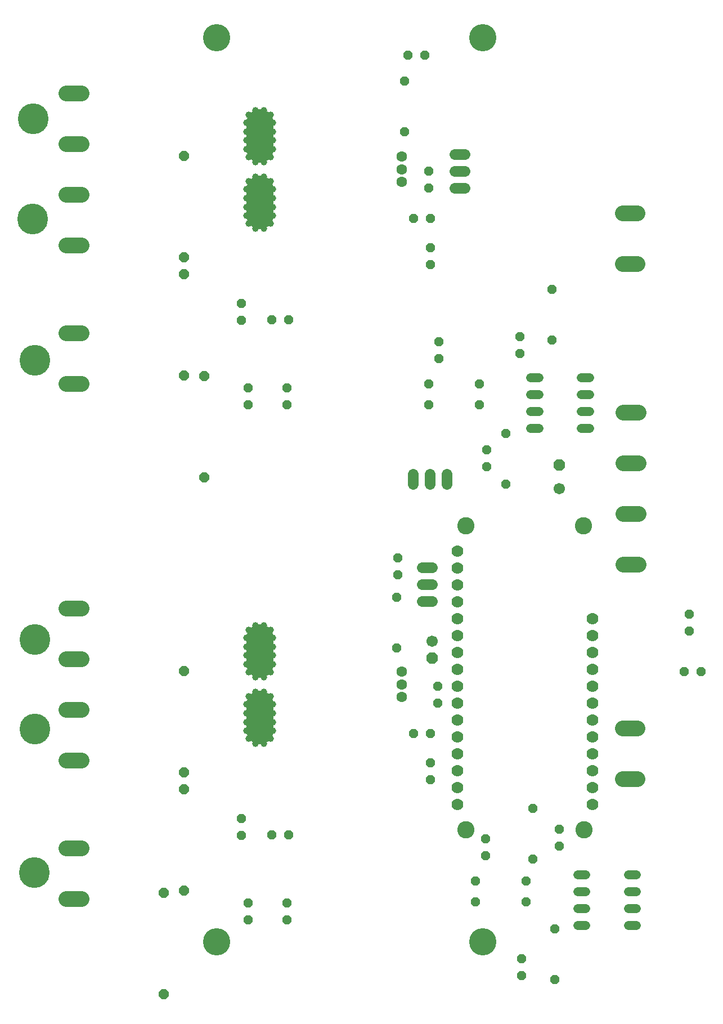
<source format=gbs>
G04 EAGLE Gerber RS-274X export*
G75*
%MOMM*%
%FSLAX34Y34*%
%LPD*%
%INSoldermask Bottom*%
%IPPOS*%
%AMOC8*
5,1,8,0,0,1.08239X$1,22.5*%
G01*
%ADD10C,2.601600*%
%ADD11C,4.101600*%
%ADD12P,1.594577X8X112.500000*%
%ADD13P,1.429621X8X292.500000*%
%ADD14C,2.351600*%
%ADD15P,1.429621X8X22.500000*%
%ADD16P,1.429621X8X112.500000*%
%ADD17C,1.320800*%
%ADD18C,1.001600*%
%ADD19C,4.101600*%
%ADD20C,1.601600*%
%ADD21C,1.625600*%
%ADD22P,1.429621X8X202.500000*%
%ADD23C,1.778000*%
%ADD24C,1.701800*%
%ADD25P,1.842011X8X292.500000*%
%ADD26P,1.842011X8X112.500000*%
%ADD27C,4.617600*%


D10*
X932180Y269240D03*
X754380Y269240D03*
D11*
X780000Y1460000D03*
X380000Y1460000D03*
X780000Y100000D03*
X380000Y100000D03*
D10*
X754368Y726435D03*
X932112Y726435D03*
D12*
X330200Y355600D03*
X330200Y508000D03*
X330200Y177800D03*
X330200Y330200D03*
X299903Y21399D03*
X299903Y173799D03*
D13*
X426720Y158750D03*
X426720Y133350D03*
X485140Y158750D03*
X485140Y133350D03*
D14*
X176350Y525780D02*
X153850Y525780D01*
X153850Y601980D02*
X176350Y601980D01*
X176350Y165100D02*
X153850Y165100D01*
X153850Y241300D02*
X176350Y241300D01*
X992050Y744220D02*
X1014550Y744220D01*
X1014550Y668020D02*
X992050Y668020D01*
X992050Y896620D02*
X1014550Y896620D01*
X1014550Y820420D02*
X992050Y820420D01*
D15*
X769016Y192136D03*
X845216Y192136D03*
X769016Y160386D03*
X845216Y160386D03*
D16*
X784256Y230236D03*
X784256Y255636D03*
D13*
X888396Y119746D03*
X888396Y43546D03*
X838835Y74970D03*
X838835Y49570D03*
X855881Y301179D03*
X855881Y224979D03*
D16*
X895273Y244018D03*
X895273Y269418D03*
D17*
X922940Y201026D02*
X935132Y201026D01*
X935132Y175626D02*
X922940Y175626D01*
X999140Y175626D02*
X1011332Y175626D01*
X1011332Y201026D02*
X999140Y201026D01*
X935132Y150226D02*
X922940Y150226D01*
X922940Y124826D02*
X935132Y124826D01*
X999140Y150226D02*
X1011332Y150226D01*
X1011332Y124826D02*
X999140Y124826D01*
D14*
X990780Y421640D02*
X1013280Y421640D01*
X1013280Y345440D02*
X990780Y345440D01*
D18*
X438150Y398780D03*
X438150Y576580D03*
D19*
X444500Y557680D02*
X444500Y517680D01*
X444500Y457680D02*
X444500Y417680D01*
D20*
X658500Y468580D03*
X658500Y487680D03*
X658500Y506780D03*
D18*
X450850Y576580D03*
X450850Y398780D03*
X460750Y569430D03*
X464500Y557680D03*
X464500Y544430D03*
X464500Y531180D03*
X464500Y517680D03*
X460750Y505930D03*
X450750Y498680D03*
X438250Y498680D03*
X428250Y505930D03*
X424500Y517680D03*
X424500Y531180D03*
X424500Y544430D03*
X424500Y557680D03*
X428250Y569430D03*
X460750Y405930D03*
X464500Y417680D03*
X464500Y430930D03*
X464500Y444430D03*
X464500Y457680D03*
X460750Y469430D03*
X450750Y476680D03*
X438250Y476680D03*
X428250Y469430D03*
X424500Y457680D03*
X424500Y444430D03*
X424500Y430930D03*
X424500Y417680D03*
X428250Y405930D03*
D14*
X176350Y373380D02*
X153850Y373380D01*
X153850Y449580D02*
X176350Y449580D01*
D21*
X688853Y612811D02*
X704093Y612811D01*
X704093Y638211D02*
X688853Y638211D01*
X688853Y663611D02*
X704093Y663611D01*
X675150Y788947D02*
X675150Y804187D01*
X700550Y804187D02*
X700550Y788947D01*
X725950Y788947D02*
X725950Y804187D01*
D16*
X1090930Y567690D03*
X1090930Y593090D03*
D22*
X1108710Y506730D03*
X1083310Y506730D03*
D23*
X741680Y307340D03*
X741680Y332740D03*
X741680Y358140D03*
X741680Y383540D03*
X741680Y408940D03*
X741680Y434340D03*
X741680Y459740D03*
X741680Y485140D03*
X741680Y510540D03*
X741680Y535940D03*
X741680Y561340D03*
X741680Y586740D03*
X741680Y612140D03*
X741680Y637540D03*
X741680Y662940D03*
X741680Y688340D03*
X944880Y586740D03*
X944880Y561340D03*
X944880Y535940D03*
X944880Y510540D03*
X944880Y485140D03*
X944880Y459740D03*
X944880Y434340D03*
X944880Y408940D03*
X944880Y383540D03*
X944880Y358140D03*
X944880Y332740D03*
X944880Y307340D03*
D24*
X703674Y552281D03*
D25*
X703674Y526881D03*
D15*
X675640Y414020D03*
X701040Y414020D03*
D13*
X701040Y369570D03*
X701040Y344170D03*
D26*
X895636Y817284D03*
D24*
X895636Y781724D03*
D15*
X462280Y261620D03*
X487680Y261620D03*
D16*
X416560Y260350D03*
X416560Y285750D03*
D13*
X712717Y484572D03*
X712717Y459172D03*
D16*
X652140Y652263D03*
X652140Y677663D03*
X650380Y542113D03*
X650380Y618313D03*
D12*
X330200Y1130300D03*
X330200Y1282700D03*
X330200Y952500D03*
X330200Y1104900D03*
X360680Y798830D03*
X360680Y951230D03*
D13*
X426720Y933450D03*
X426720Y908050D03*
X485140Y933450D03*
X485140Y908050D03*
D14*
X176350Y1300480D02*
X153850Y1300480D01*
X153850Y1376680D02*
X176350Y1376680D01*
X176350Y939800D02*
X153850Y939800D01*
X153850Y1016000D02*
X176350Y1016000D01*
D15*
X698500Y939800D03*
X774700Y939800D03*
X698500Y908050D03*
X774700Y908050D03*
D16*
X713740Y977900D03*
X713740Y1003300D03*
D13*
X815036Y865136D03*
X815036Y788936D03*
X786528Y840305D03*
X786528Y814905D03*
X883920Y1082040D03*
X883920Y1005840D03*
D16*
X835660Y985520D03*
X835660Y1010920D03*
D17*
X852424Y948690D02*
X864616Y948690D01*
X864616Y923290D02*
X852424Y923290D01*
X928624Y923290D02*
X940816Y923290D01*
X940816Y948690D02*
X928624Y948690D01*
X864616Y897890D02*
X852424Y897890D01*
X852424Y872490D02*
X864616Y872490D01*
X928624Y897890D02*
X940816Y897890D01*
X940816Y872490D02*
X928624Y872490D01*
D14*
X990780Y1196340D02*
X1013280Y1196340D01*
X1013280Y1120140D02*
X990780Y1120140D01*
D18*
X438150Y1173480D03*
X438150Y1351280D03*
D19*
X444500Y1332380D02*
X444500Y1292380D01*
X444500Y1232380D02*
X444500Y1192380D01*
D20*
X658500Y1243280D03*
X658500Y1262380D03*
X658500Y1281480D03*
D18*
X450850Y1351280D03*
X450850Y1173480D03*
X460750Y1344130D03*
X464500Y1332380D03*
X464500Y1319130D03*
X464500Y1305880D03*
X464500Y1292380D03*
X460750Y1280630D03*
X450750Y1273380D03*
X438250Y1273380D03*
X428250Y1280630D03*
X424500Y1292380D03*
X424500Y1305880D03*
X424500Y1319130D03*
X424500Y1332380D03*
X428250Y1344130D03*
X460750Y1180630D03*
X464500Y1192380D03*
X464500Y1205630D03*
X464500Y1219130D03*
X464500Y1232380D03*
X460750Y1244130D03*
X450750Y1251380D03*
X438250Y1251380D03*
X428250Y1244130D03*
X424500Y1232380D03*
X424500Y1219130D03*
X424500Y1205630D03*
X424500Y1192380D03*
X428250Y1180630D03*
D14*
X176350Y1148080D02*
X153850Y1148080D01*
X153850Y1224280D02*
X176350Y1224280D01*
D21*
X738136Y1233768D02*
X753376Y1233768D01*
X753376Y1259168D02*
X738136Y1259168D01*
X738136Y1284568D02*
X753376Y1284568D01*
D15*
X675640Y1188720D03*
X701040Y1188720D03*
D13*
X701040Y1144270D03*
X701040Y1118870D03*
D15*
X462280Y1036320D03*
X487680Y1036320D03*
D16*
X416560Y1035050D03*
X416560Y1060450D03*
D13*
X698500Y1259840D03*
X698500Y1234440D03*
D15*
X667239Y1433866D03*
X692639Y1433866D03*
D16*
X662331Y1319022D03*
X662331Y1395222D03*
D27*
X105111Y204148D03*
X106292Y554621D03*
X106292Y420096D03*
X103930Y1338170D03*
X102749Y1187124D03*
X106292Y974716D03*
M02*

</source>
